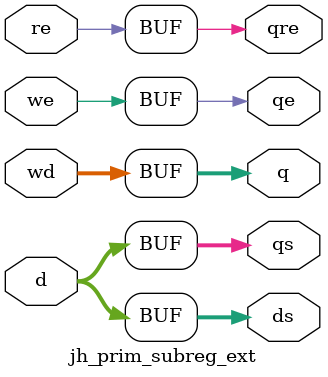
<source format=sv>

module jh_prim_subreg_ext #(
  parameter int unsigned DW = 32
) (
  input          re,
  input          we,
  input [DW-1:0] wd,

  input [DW-1:0] d,

  // output to HW and Reg Read
  output logic          qe,
  output logic          qre,
  output logic [DW-1:0] q,
  output logic [DW-1:0] ds,
  output logic [DW-1:0] qs
);

  // for external registers, there is no difference
  // between qs and ds
  assign ds = d;
  assign qs = d;
  assign q = wd;
  assign qe = we;
  assign qre = re;

endmodule

</source>
